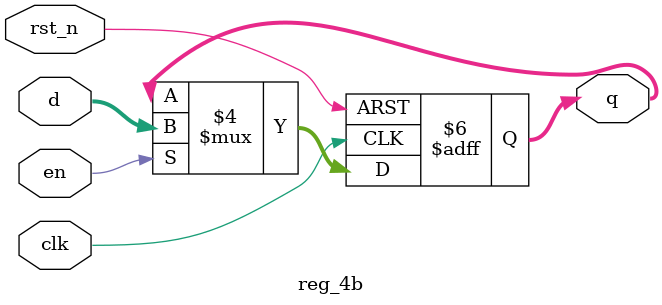
<source format=sv>
module reg_4b(
    input clk,
    input rst_n,
    input en,
    input [3:0]d,
    
    output reg [3:0]q
    );
    
    always @(posedge clk or negedge rst_n) begin
        if(rst_n == 0) begin
            q <= 4'b0;
        end
        else if (en == 1) begin
            q <= d;
        end
    end
endmodule
</source>
